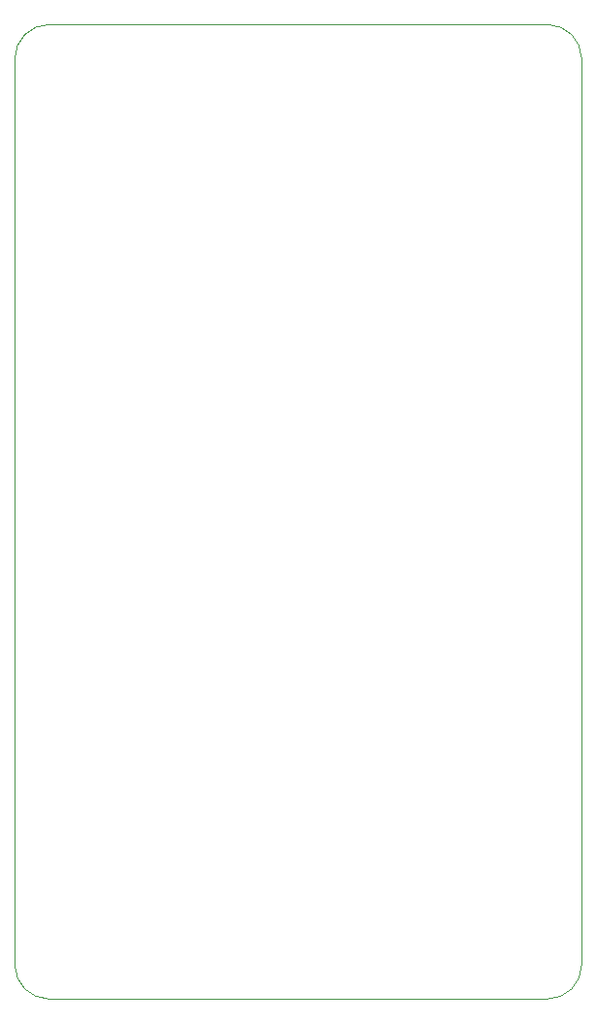
<source format=gbr>
%TF.GenerationSoftware,KiCad,Pcbnew,7.0.9*%
%TF.CreationDate,2023-12-19T03:36:14+09:00*%
%TF.ProjectId,WETHAP_PCB,57455448-4150-45f5-9043-422e6b696361,rev?*%
%TF.SameCoordinates,PX6d9c4d8PY8977a68*%
%TF.FileFunction,Profile,NP*%
%FSLAX46Y46*%
G04 Gerber Fmt 4.6, Leading zero omitted, Abs format (unit mm)*
G04 Created by KiCad (PCBNEW 7.0.9) date 2023-12-19 03:36:14*
%MOMM*%
%LPD*%
G01*
G04 APERTURE LIST*
%TA.AperFunction,Profile*%
%ADD10C,0.100000*%
%TD*%
G04 APERTURE END LIST*
D10*
X49530000Y82090000D02*
X49530000Y3000000D01*
X0Y3000000D02*
X0Y82090000D01*
X0Y3000000D02*
G75*
G03*
X3000000Y0I3000000J0D01*
G01*
X3000000Y85090000D02*
X46530000Y85090000D01*
X46530000Y0D02*
X3000000Y0D01*
X46530000Y0D02*
G75*
G03*
X49530000Y3000000I0J3000000D01*
G01*
X49530000Y82090000D02*
G75*
G03*
X46530000Y85090000I-3000000J0D01*
G01*
X3000000Y85090000D02*
G75*
G03*
X0Y82090000I0J-3000000D01*
G01*
M02*

</source>
